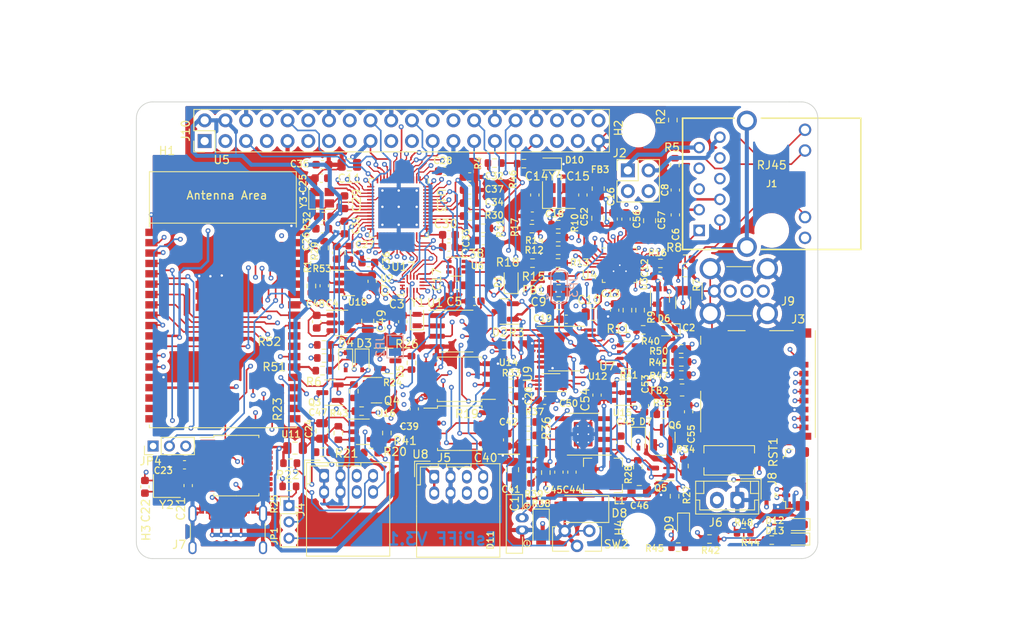
<source format=kicad_pcb>
(kicad_pcb (version 20211014) (generator pcbnew)

  (general
    (thickness 2.655)
  )

  (paper "A4")
  (layers
    (0 "F.Cu" signal)
    (1 "In1.Cu" signal)
    (2 "In2.Cu" signal)
    (3 "In3.Cu" signal)
    (4 "In4.Cu" signal)
    (31 "B.Cu" signal)
    (32 "B.Adhes" user "B.Adhesive")
    (33 "F.Adhes" user "F.Adhesive")
    (34 "B.Paste" user)
    (35 "F.Paste" user)
    (36 "B.SilkS" user "B.Silkscreen")
    (37 "F.SilkS" user "F.Silkscreen")
    (38 "B.Mask" user)
    (39 "F.Mask" user)
    (40 "Dwgs.User" user "User.Drawings")
    (41 "Cmts.User" user "User.Comments")
    (42 "Eco1.User" user "User.Eco1")
    (43 "Eco2.User" user "User.Eco2")
    (44 "Edge.Cuts" user)
    (45 "Margin" user)
    (46 "B.CrtYd" user "B.Courtyard")
    (47 "F.CrtYd" user "F.Courtyard")
    (48 "B.Fab" user)
    (49 "F.Fab" user)
    (50 "User.1" user)
    (51 "User.2" user)
    (52 "User.3" user)
    (53 "User.4" user)
    (54 "User.5" user)
    (55 "User.6" user)
    (56 "User.7" user)
    (57 "User.8" user)
    (58 "User.9" user)
  )

  (setup
    (stackup
      (layer "F.SilkS" (type "Top Silk Screen"))
      (layer "F.Paste" (type "Top Solder Paste"))
      (layer "F.Mask" (type "Top Solder Mask") (thickness 0.01))
      (layer "F.Cu" (type "copper") (thickness 0.035))
      (layer "dielectric 1" (type "core") (thickness 0.2) (material "FR4") (epsilon_r 4.5) (loss_tangent 0.02))
      (layer "In1.Cu" (type "copper") (thickness 0.035))
      (layer "dielectric 2" (type "prepreg") (thickness 1.065) (material "FR4") (epsilon_r 4.5) (loss_tangent 0.02))
      (layer "In2.Cu" (type "copper") (thickness 0.035))
      (layer "dielectric 3" (type "core") (thickness 0.2) (material "FR4") (epsilon_r 4.5) (loss_tangent 0.02))
      (layer "In3.Cu" (type "copper") (thickness 0.035))
      (layer "dielectric 4" (type "prepreg") (thickness 0.48) (material "FR4") (epsilon_r 4.5) (loss_tangent 0.02))
      (layer "In4.Cu" (type "copper") (thickness 0.035))
      (layer "dielectric 5" (type "core") (thickness 0.48) (material "FR4") (epsilon_r 4.5) (loss_tangent 0.02))
      (layer "B.Cu" (type "copper") (thickness 0.035))
      (layer "B.Mask" (type "Bottom Solder Mask") (thickness 0.01))
      (layer "B.Paste" (type "Bottom Solder Paste"))
      (layer "B.SilkS" (type "Bottom Silk Screen"))
      (copper_finish "Immersion gold")
      (dielectric_constraints no)
    )
    (pad_to_mask_clearance 0)
    (pcbplotparams
      (layerselection 0x00010fc_ffffffff)
      (disableapertmacros false)
      (usegerberextensions true)
      (usegerberattributes false)
      (usegerberadvancedattributes false)
      (creategerberjobfile false)
      (svguseinch false)
      (svgprecision 6)
      (excludeedgelayer true)
      (plotframeref false)
      (viasonmask false)
      (mode 1)
      (useauxorigin false)
      (hpglpennumber 1)
      (hpglpenspeed 20)
      (hpglpendiameter 15.000000)
      (dxfpolygonmode true)
      (dxfimperialunits true)
      (dxfusepcbnewfont true)
      (psnegative false)
      (psa4output false)
      (plotreference true)
      (plotvalue false)
      (plotinvisibletext false)
      (sketchpadsonfab false)
      (subtractmaskfromsilk true)
      (outputformat 1)
      (mirror false)
      (drillshape 0)
      (scaleselection 1)
      (outputdirectory "production/")
    )
  )

  (net 0 "")
  (net 1 "GND")
  (net 2 "+5V")
  (net 3 "/raspi_header/Pi_GPIO2_SDA")
  (net 4 "/raspi_header/Pi_GPIO3_SCL")
  (net 5 "/raspi_header/Pi_GPIO4_CLK0")
  (net 6 "/raspi_header/Pi_GPIO14_TXD")
  (net 7 "/raspi_header/Pi_GPIO15_RXD")
  (net 8 "/raspi_header/Pi_GPIO17")
  (net 9 "/raspi_header/Pi_GPIO18_PWM0")
  (net 10 "/raspi_header/Pi_GPIO27")
  (net 11 "/raspi_header/Pi_GPIO22")
  (net 12 "/raspi_header/Pi_GPIO23")
  (net 13 "/raspi_header/Pi_GPIO24")
  (net 14 "/raspi_header/Pi_GPIO10_MOSI0")
  (net 15 "/raspi_header/Pi_GPIO9_MISO0")
  (net 16 "/raspi_header/Pi_GPIO25")
  (net 17 "/raspi_header/Pi_GPIO11_SCK0")
  (net 18 "/raspi_header/Pi_GPIO8_~{CS0}")
  (net 19 "/raspi_header/Pi_GPIO7_~{CS1}")
  (net 20 "/ESP_SDA")
  (net 21 "/ESP_SCL")
  (net 22 "/raspi_header/Pi_GPIO5_CLK1")
  (net 23 "/raspi_header/Pi_GPIO6_CLK2")
  (net 24 "/raspi_header/Pi_GPIO12_PWM0")
  (net 25 "/raspi_header/Pi_GPIO13_PWM1")
  (net 26 "/raspi_header/Pi_GPIO19_MISO1")
  (net 27 "/raspi_header/Pi_GPIO16")
  (net 28 "/raspi_header/Pi_GPIO26")
  (net 29 "Net-(C1-Pad1)")
  (net 30 "Net-(C2-Pad1)")
  (net 31 "Net-(C3-Pad2)")
  (net 32 "/ESP32_EN")
  (net 33 "Net-(C6-Pad1)")
  (net 34 "Net-(C8-Pad1)")
  (net 35 "Net-(C21-Pad2)")
  (net 36 "Net-(C22-Pad2)")
  (net 37 "Net-(C23-Pad1)")
  (net 38 "/5V_microUSB")
  (net 39 "Net-(C25-Pad2)")
  (net 40 "Net-(C26-Pad2)")
  (net 41 "Net-(C27-Pad2)")
  (net 42 "+1V1")
  (net 43 "/24Vin")
  (net 44 "Net-(C42-Pad1)")
  (net 45 "Net-(C43-Pad1)")
  (net 46 "Net-(C43-Pad2)")
  (net 47 "/U0TXD")
  (net 48 "Net-(D3-Pad2)")
  (net 49 "Net-(D4-Pad1)")
  (net 50 "/U0RXD")
  (net 51 "/GPIO0")
  (net 52 "/GPIO2")
  (net 53 "Net-(D5-Pad3)")
  (net 54 "Net-(D7-Pad1)")
  (net 55 "Net-(D9-Pad2)")
  (net 56 "Net-(D10-Pad2)")
  (net 57 "/TR01")
  (net 58 "/TR00")
  (net 59 "/TR03")
  (net 60 "/TR02")
  (net 61 "/SPI_SCK")
  (net 62 "/SPI_MISO")
  (net 63 "/SPI_MOSI")
  (net 64 "/HF_MISO")
  (net 65 "/TFT_MISO")
  (net 66 "/HF_MOSI")
  (net 67 "/TFT_MOSI")
  (net 68 "Net-(D11-Pad2)")
  (net 69 "/UHF_MISO")
  (net 70 "/pico_SWCLK")
  (net 71 "/UHF_MOSI")
  (net 72 "/pico_SWDIO")
  (net 73 "/usb_uart/USBc_D+")
  (net 74 "/usb_uart/USBc_D-")
  (net 75 "Net-(C53-Pad1)")
  (net 76 "Net-(J9-Pad2)")
  (net 77 "Net-(J9-Pad3)")
  (net 78 "Net-(JP1-Pad2)")
  (net 79 "/3V3")
  (net 80 "/ethernet/VDD33_PHY")
  (net 81 "/RTC_WTI")
  (net 82 "Net-(C14-Pad2)")
  (net 83 "Net-(Q3-Pad1)")
  (net 84 "Net-(Q3-Pad2)")
  (net 85 "Net-(Q4-Pad1)")
  (net 86 "Net-(Q4-Pad2)")
  (net 87 "Net-(Q4-Pad3)")
  (net 88 "/~{USB_Host_PWR}")
  (net 89 "Net-(Q5-Pad3)")
  (net 90 "/psu/EN_ESIB")
  (net 91 "/Eth_RXD0")
  (net 92 "/Eth_RXD1")
  (net 93 "/Eth_MDIO")
  (net 94 "/Eth_CRS_DV")
  (net 95 "Net-(R27-Pad1)")
  (net 96 "Net-(R30-Pad2)")
  (net 97 "Net-(R31-Pad2)")
  (net 98 "Net-(R32-Pad2)")
  (net 99 "/raspi_header/QSPI_~{SS}")
  (net 100 "/raspi_header/~{USB_BOOT}")
  (net 101 "Net-(R36-Pad1)")
  (net 102 "Net-(R37-Pad1)")
  (net 103 "Net-(R38-Pad2)")
  (net 104 "Net-(R43-Pad1)")
  (net 105 "Net-(C15-Pad2)")
  (net 106 "Net-(U1-Pad2)")
  (net 107 "/RTC_~{INT}")
  (net 108 "/RTC_CLKOUT")
  (net 109 "/Eth_MDC")
  (net 110 "/Eth_TX_EN")
  (net 111 "/Eth_TXD0")
  (net 112 "/Eth_TXD1")
  (net 113 "/~{SPI_CS1}")
  (net 114 "/~{SPI_CS0}")
  (net 115 "unconnected-(U5-Pad17)")
  (net 116 "unconnected-(U5-Pad18)")
  (net 117 "unconnected-(U5-Pad19)")
  (net 118 "unconnected-(U5-Pad20)")
  (net 119 "unconnected-(U5-Pad21)")
  (net 120 "unconnected-(U5-Pad22)")
  (net 121 "unconnected-(U5-Pad27)")
  (net 122 "unconnected-(U5-Pad28)")
  (net 123 "unconnected-(U5-Pad32)")
  (net 124 "unconnected-(U6-Pad3)")
  (net 125 "/~{SPI_PICO}")
  (net 126 "/~{SPI_SDcard}")
  (net 127 "/raspi_header/SPI2ESP_~{CS}")
  (net 128 "Net-(C16-Pad1)")
  (net 129 "unconnected-(U11-Pad1)")
  (net 130 "unconnected-(U11-Pad2)")
  (net 131 "unconnected-(U11-Pad11)")
  (net 132 "unconnected-(U11-Pad12)")
  (net 133 "unconnected-(U11-Pad13)")
  (net 134 "unconnected-(U11-Pad14)")
  (net 135 "unconnected-(U11-Pad17)")
  (net 136 "unconnected-(U11-Pad18)")
  (net 137 "unconnected-(U11-Pad20)")
  (net 138 "Net-(U13-Pad51)")
  (net 139 "/raspi_header/QSPI_SCK")
  (net 140 "Net-(U13-Pad53)")
  (net 141 "Net-(U13-Pad54)")
  (net 142 "Net-(U13-Pad55)")
  (net 143 "unconnected-(U18-Pad4)")
  (net 144 "Net-(J7-PadA5)")
  (net 145 "unconnected-(J7-PadA8)")
  (net 146 "Net-(J7-PadB5)")
  (net 147 "unconnected-(J7-PadB8)")
  (net 148 "unconnected-(J3-Pad9)")
  (net 149 "unconnected-(J3-Pad10)")
  (net 150 "Net-(J3-Pad1)")
  (net 151 "Net-(J3-Pad2)")
  (net 152 "Net-(J3-Pad8)")
  (net 153 "Net-(C55-Pad1)")
  (net 154 "Net-(C18-Pad1)")
  (net 155 "Net-(C56-Pad1)")
  (net 156 "Net-(D6-Pad2)")
  (net 157 "Net-(D12-Pad2)")
  (net 158 "/raspi_header/Pi_GPIO20_MOSI1")
  (net 159 "/raspi_header/Pi_GPIO21_SCK1")
  (net 160 "/~{sw_SPI2ESP32}")
  (net 161 "Net-(R44-Pad2)")
  (net 162 "Net-(U13-Pad38)")
  (net 163 "Net-(U13-Pad39)")
  (net 164 "Net-(U13-Pad40)")
  (net 165 "Net-(U13-Pad41)")
  (net 166 "/RTC_VCC")
  (net 167 "Net-(D13-Pad2)")
  (net 168 "/ethernet/RD+")
  (net 169 "/ethernet/RD-")
  (net 170 "/ethernet/TD+")
  (net 171 "/ethernet/TD-")
  (net 172 "Net-(J1-Pad12)")
  (net 173 "/ethernet/PHY_AD3")
  (net 174 "Net-(J1-Pad14)")
  (net 175 "Net-(JP2-Pad1)")
  (net 176 "/~{PHY_Reset}_I2C")
  (net 177 "/~{PHY_Reset}823")
  (net 178 "Net-(JP4-Pad2)")
  (net 179 "/ethernet/PHY_AD0")
  (net 180 "Net-(R11-Pad1)")
  (net 181 "Net-(R11-Pad2)")
  (net 182 "Net-(R12-Pad2)")
  (net 183 "Net-(R13-Pad1)")
  (net 184 "Net-(R14-Pad1)")
  (net 185 "Net-(R15-Pad2)")
  (net 186 "Net-(R16-Pad2)")
  (net 187 "/U8_PU_3_7")
  (net 188 "/ETH_RefClock")
  (net 189 "unconnected-(U3-Pad3)")
  (net 190 "unconnected-(U4-Pad6)")
  (net 191 "unconnected-(U4-Pad7)")
  (net 192 "unconnected-(U4-Pad15)")
  (net 193 "unconnected-(U4-Pad16)")
  (net 194 "unconnected-(U4-Pad24)")
  (net 195 "unconnected-(U7-Pad11)")
  (net 196 "Net-(R6-Pad2)")
  (net 197 "unconnected-(J8-Pad4)")
  (net 198 "unconnected-(J8-Pad5)")

  (footprint "Capacitor_SMD:C_0603_1608Metric" (layer "F.Cu") (at 72.85 33.7 180))

  (footprint "Capacitor_SMD:C_0805_2012Metric" (layer "F.Cu") (at 58.1 32.21 180))

  (footprint "Capacitor_SMD:C_0603_1608Metric" (layer "F.Cu") (at 54.775 40.05 180))

  (footprint "Package_TO_SOT_SMD:SOT-23" (layer "F.Cu") (at 61.425 59.85))

  (footprint "Capacitor_SMD:C_0603_1608Metric" (layer "F.Cu") (at 77.5 65.95 -90))

  (footprint "Capacitor_SMD:C_0603_1608Metric" (layer "F.Cu") (at 64.65 51.45 90))

  (footprint "Package_TO_SOT_SMD:SOT-23" (layer "F.Cu") (at 62.8125 56.25))

  (footprint "Capacitor_SMD:C_0603_1608Metric" (layer "F.Cu") (at 90.424 38.862 90))

  (footprint "Resistor_SMD:R_0603_1608Metric" (layer "F.Cu") (at 83.693 41.1226 180))

  (footprint "Resistor_SMD:R_0603_1608Metric" (layer "F.Cu") (at 97.95 72.85 -90))

  (footprint "Package_TO_SOT_SMD:SOT-23-5" (layer "F.Cu") (at 59.75 64.95))

  (footprint "Package_DFN_QFN:QFN-32-1EP_4x4mm_P0.4mm_EP2.65x2.65mm" (layer "F.Cu") (at 91.2114 44.5262))

  (footprint "Capacitor_SMD:C_0603_1608Metric" (layer "F.Cu") (at 82.042 61.087))

  (footprint "Resistor_SMD:R_0603_1608Metric" (layer "F.Cu") (at 72.85 38.5 180))

  (footprint "Resistor_SMD:R_0603_1608Metric" (layer "F.Cu") (at 59.6 62.42 180))

  (footprint "Diode_SMD:D_SOD-323" (layer "F.Cu") (at 59.6625 56.3 -90))

  (footprint "mdc_footprints:SOIC8_W+N_combi" (layer "F.Cu") (at 71.628 64.5668))

  (footprint "Capacitor_SMD:C_0603_1608Metric" (layer "F.Cu") (at 85.375 69.9 90))

  (footprint "Capacitor_SMD:C_0603_1608Metric" (layer "F.Cu") (at 88.45 60.45 90))

  (footprint "Package_TO_SOT_SMD:SOT-363_SC-70-6" (layer "F.Cu") (at 71.247 44.704))

  (footprint "Resistor_SMD:R_0603_1608Metric" (layer "F.Cu") (at 99.2632 43.7896 180))

  (footprint "Resistor_SMD:R_0603_1608Metric" (layer "F.Cu") (at 75.9 32 180))

  (footprint "Resistor_SMD:R_0603_1608Metric" (layer "F.Cu") (at 96.2152 44.2976 180))

  (footprint "Resistor_SMD:R_0603_1608Metric" (layer "F.Cu") (at 97.7392 26.7208 -90))

  (footprint "Capacitor_SMD:C_0603_1608Metric" (layer "F.Cu") (at 72.85 35.3 180))

  (footprint "Capacitor_SMD:C_0805_2012Metric" (layer "F.Cu") (at 78.1 69.6 90))

  (footprint "Capacitor_SMD:C_0603_1608Metric" (layer "F.Cu") (at 69.8 33 180))

  (footprint "mdc_footprints:DF11-8DP-2DS(52)" (layer "F.Cu") (at 68.54 70.5315))

  (footprint "Resistor_SMD:R_0603_1608Metric" (layer "F.Cu") (at 50.85 68.8))

  (footprint "Package_TO_SOT_SMD:SOT-23-5" (layer "F.Cu") (at 57.95 46.7))

  (footprint "Connector_PinHeader_2.54mm:PinHeader_2x02_P2.54mm_Vertical" (layer "F.Cu") (at 92.225 32.9))

  (footprint "Capacitor_SMD:C_0603_1608Metric" (layer "F.Cu") (at 99.675 62.5 -90))

  (footprint "Resistor_SMD:R_0603_1608Metric" (layer "F.Cu") (at 54.85 67.45))

  (footprint "Capacitor_SMD:C_0603_1608Metric" (layer "F.Cu") (at 66.05 62.15 -90))

  (footprint "Package_TO_SOT_SMD:SOT-23" (layer "F.Cu") (at 77.2 50.2 180))

  (footprint "Capacitor_SMD:C_0603_1608Metric" (layer "F.Cu") (at 77.9 60.6))

  (footprint "Capacitor_SMD:C_0603_1608Metric" (layer "F.Cu") (at 73.45 48.95 180))

  (footprint "Resistor_SMD:R_0603_1608Metric" (layer "F.Cu") (at 83.693 39.5478))

  (footprint "Resistor_SMD:R_0603_1608Metric" (layer "F.Cu") (at 55 55.9 180))

  (footprint "Resistor_SMD:R_0603_1608Metric" (layer "F.Cu") (at 54.8132 57.4548 180))

  (footprint "LED_SMD:LED_0603_1608Metric" (layer "F.Cu") (at 99.05 76.4 -90))

  (footprint "Capacitor_SMD:C_0805_2012Metric" (layer "F.Cu") (at 54.75 64.85 -90))

  (footprint "Package_TO_SOT_SMD:SOT-23-5" (layer "F.Cu") (at 91.45 60.15 180))

  (footprint "Resistor_SMD:R_0603_1608Metric" (layer "F.Cu") (at 60.75 67.5 180))

  (footprint "Resistor_SMD:R_0603_1608Metric" (layer "F.Cu") (at 109.855 78.232 180))

  (footprint "Capacitor_SMD:C_0603_1608Metric" (layer "F.Cu") (at 91.35 66.25 -90))

  (footprint "Resistor_SMD:R_0603_1608Metric" (layer "F.Cu") (at 98.775 56.375))

  (footprint "Package_TO_SOT_SMD:SOT-363_SC-70-6" (layer "F.Cu") (at 96.1644 48.3616 90))

  (footprint "Inductor_SMD:L_Bourns-SRN4018" (layer "F.Cu") (at 89.175 70.3 180))

  (footprint "Resistor_SMD:R_0805_2012Metric" (layer "F.Cu") (at 83.7438 47.6504))

  (footprint "mdc_footprints:USB_C_XKB_U262-16XN-4BVC11" locked (layer "F.Cu")
    (tedit 0) (tstamp 41e2d28a-5ad3-42f3-b017-1eb13b2b5826)
    (at 42.98 78.065)
    (property "JCLPCB" "C319148")
    (property "MfgNo" "XKB_U262-16XN-4BVC11")
    (property "Sheetfile" "usb_uart.kicad_sch")
    (property "Sheetname" "usb_uart")
    (property "price@1" "0.35")
    (property "price@reel" "0.21")
    (path "/a0d24253-aaf9-4826-b893-94d5afb2183a/4d10aed2-258f-42b6-a0b9-ef7eef1eb687")
    (attr smd)
    (fp_text reference "J7" (at -5.73 0.735 unlocked) (layer "F.SilkS")
      (effects (font (size 1 1) (thickness 0.15)))
      (tstamp 53637f3c-9e0f-44ae-9fd6-97294085608e)
    )
    (fp_text value "USB_C_Receptacle_USB2.0" (at 0.4 5.2 unlocked) (layer "F.Fab")
      (effects (font (size 1 1) (thickness 0.15)))
      (tstamp 7daea474-10d5-4813-a587-2f53a2795195)
    )
    (fp_text user "${REFERENCE}" (at -2.5 -5.7 unlocked) (layer "F.Fab")
      (effects (font (size 1 1) (thickness 0.15)))
      (tstamp b9f69814-4f1f-4060-bbd0-cb6d1b62eb15)
    )
    (fp_text user "${REFERENCE}" (at 0.22 0.02) (layer "F.Fab")
      (effects (font (size 1 1) (thickness 0.15)))
      (tstamp e9fa90e4-6c4b-47d7-aa0e-2d547703c7bc)
    )
    (fp_line (start -4.36 -1.83) (end -4.36 0.09) (layer "F.SilkS") (width 0.12) (tstamp 944e2b91-cf6d-42f1-96c8-713eee42177d))
    (fp_line (start 4.8 0.09) (end 4.8 -1.83) (layer "F.SilkS") (width 0.12) (tstamp eae26979-282b-4fc3-bc2f-c45f74a9eba3))
    (fp_line (start 5.54 4.2) (end -5.1 4.2) (layer "F.CrtYd") (width 0.05) (tstamp 42813a42-2142-42cc-8b8c-93bd5dcca02d))
    (fp_line (start -5.1 4.2) (end -5.1 -4.73) (layer "F.CrtYd") (width 0.05) (tstamp 577368ac-57a1-46bf-90ed-e40b479c5f38))
    (fp_line (start 5.54 -4.73) (end 5.54 4.2) (layer "F.CrtYd") (width 0.05) (tstamp a5e2c065-ca71-4fac-9cc5-5f7083dc262e))
    (fp_line (start -5.1 -4.73) (end 5.54 -4.73) (layer "F.CrtYd") (width 0.05) (tstamp b1dc3ee6-8a75-41ca-b34d-7b0311b5520c))
    (fp_line (start 4.69 3.695) (end 4.69 -3.655) (layer "F.Fab") (width 0.1) (tstamp 3ecd4e85-ce53-401e-9619-01c28756e4aa))
    (fp_line (start -4.25 -3.655) (end -4.25 3.695) (layer "F.Fab") (width 0.1) (tstamp 7b5b1388-db2c-417c-8c42-234f177e2f2e))
    (fp_line (start -4.25 -3.655) (end 4.69 -3.655) (layer "F.Fab") (width 0.1) (tstamp 970f7917-5987-4a36-90f7-7484c31984c4))
    (fp_line (start -4.25 3.695) (end 4.69 3.695) (layer "F.Fab") (width 0.1) (tstamp e729d0cd-1d53-422d-b0ed-fb6d281a5772))
    (pad "" np_thru_hole circle locked (at -2.67 -2.585) (size 0.65 0.65) (drill 0.65) (layers *.Cu *.Mask) (tstamp 3d80685b-237f-4630-a22b-92dc7c2625e5))
    (pad "" np_thru_hole circle locked (at 3.11 -2.585) (size 0.65 0.65) (drill 0.65) (layers *.Cu *.Mask) (tstamp f20225b4-553b-46a0-89e4-3054fb852a46))
    (pad "A1" smd rect locked (at -3.13 -3.65) (size 0.3 1.15) (layers "F.Cu" "F.Paste" "F.Mask")
      (net 1 "GND") (pinfunction "GND") (pintype "passive") (tstamp 22883ff0-058e-4847-b77e-2ab278041b23))
    (pad "A4" smd rect locked (at -2.33 -3.65) (size 0.3 1.15) (layers "F.Cu" "F.Paste" "F.Mask")
      (net 38 "/5V_microUSB") (pinfunction "VBUS") (pintype "passive") (tstamp 816a4835-55c6-4722-819f-5de6edd7cdec))
    (pad "A5" smd rect locked (at -1.03 -3.65) (size 0.3 1.15) (layers "F.Cu" "F.Paste" "F.Mask")
      (net 144 "Net-(J7-PadA5)") (pinfunction "CC1") (pintype "bidirectional") (tstamp fa38cda7-2c47-4ac1-a8d0-11903ec8d9bc))
    (pad "A6" smd rect locked (at -0.03 -3.65) (size 0.3 1.15) (layers "F.Cu" "F.Paste" "F.Mask")
      (net 73 "/usb_uart/USBc_D+") (pinfunction "D+") (pintype "bidirectional") (tstamp d763fb36-c805-4da1-9076-7351a2c1be7f))
    (pad "A7" smd rect locked (at 0.47 -3.65) (size 0.3 1.15) (layers "F.Cu" "F.Paste" "F.Mask")
      (net 74 "/usb_uart/USBc_D-") (pinfunction "D-") (pintype "bidirectional") (tstamp 93c48afb-cfc0-47fd-b54a-5327ca337824))
    (pad "A8" smd rect locked (at 1.47 -3.65) (size 0.3 1.15) (layers "F.Cu" "F.Paste" "F.Mask")
      (net 145 "unconnected-(J7-PadA8)") (pinfunction "SBU1") (pintype "bidirectional+no_connect") (tstamp c342bb14-6a77-4e63-a7c5-efe694584a9f))
    (pad "A9" smd rect locked (at 2.77 -3.65) (size 0.3 1.15) (layers "F.Cu" "F.Paste" "F.Mask")
      (net 38 "/5V_microUSB") (pinfunction "VBUS") (pintype "passive") (tstamp 87b0dd4c-8732-4374-b655-6100873c735e))
    (pad "A12" smd rect locked (at 3.57 -3.65) (size 0.3 1.15) (layers "F.Cu" "F.Paste" "F.Mask")
      (net 1 "GND") (pinfunction "GND") (pintype "passive") (tstamp 7d3fe518-8f94-462b-93d9-02fadeb68ce8))
    (pad "B1" smd rect locked (at 3.27 -3.65) (size 0.3 1.15) (layers "F.Cu" "F.Paste" "F.Mask")
      (net 1 "GND") (pinfunction "GND") (pintype "passive") (tstamp 33589c72-532b-4093-bb18-a746a6a6b85e))
    (pad "B4" smd rect locked (at 2.47 -3.65) (size 0.3 1.15) (layers "F.Cu" "F.Paste" "F.Mask")
      (net 38 "/5V_microUSB") (pinfunction "VBUS") (pintype "passive") (tstamp ecf3e85a-8b09-4019-9a86-ff0d406fb990))
    (pad "B5" smd rect locked (at 1.97 -3.65) (size 0.3 1.15) (layers "F.Cu" "F.Paste" "F.Mask")
      (net 146 "Net-(J7-PadB5)") (pinfunction "CC2") (pintype "bidirectional") (tstamp 0f769b28-451a-4aa7-83d7-5ec66e91bd88))
    (pad "B6" smd rect locked (at 0.97 -3.65) (size 0.3 1.15) (layers "F.Cu" "F.Paste" "F.Mask")
      (net 73 "/usb_uart/USBc_D+") (pinfunction "D+") (pintype "bidirectional") (tstamp a6762c55-52c1-4f3d-9dcf-c2f44e13f30d))
    (pad "B7" smd rect locked (at -0.53 -3.65) (size 0.3 1.15) (layers "F.Cu" "F.Paste" "F.Mask")
      (net 74 "/usb_uart/USBc_D-") (pinfunction "D-") (pintype "bidirectional") (tstamp 252de640-a490-4f8a-8beb-a335232ec79d))
    (pad "B8" smd rect locked (at -1.53 -3.65) (size 0.3 1.15) (layers "F.Cu" "F.Paste" "F.Mask")
      (net 147 "unconnected-(J7-PadB8)") (pinfunction "SBU2") (pintype "bidirectional+no_connect") (tstamp bce38227-03a6-4878-874d-fe438373af5f))
    (pad "B9" smd rect locked (at -2.03 -3.65) (size 0.3 1.15) (layers "F.Cu" "F.Paste" "F.Mask")
      (net 38 "/5V_microUSB") (pinfunction "VBUS") (pintype "passive") (tstamp eee12c9d-7ba9-4983-a7d4-c2b9dcb57581))
    (pad "B12" smd rect locked (at -2.83 -3.65) (size 0.3 1.15) (layers "F.Cu" "F.Paste" "F.Mask")
      (net 1 "GND") (pinfunction "GND") (pintype "passive") (tstamp dd39f54c-db34-40c3-af8a-44d1bfa4c02e))
    (pad "S1" thru_hole oval locked (at -4.1 -3.085) (size 1 2.1) (drill oval 0.6 1.7) (layers *.Cu *.Mask)
      (net 1 "GND") (pinfunction "SHIELD") (pintype "passive") (tstamp 62740131-5356-4ae0-bd79-1e7a287a434f))
    (pad "S1" thru_hole oval locked (at -4.1 1.095) (size 1 1.6) (drill oval 0.6 1.2) (layers *.Cu *.Mask)
      (net 1 "GND") (pinfunction "SHIELD") (pintype "passive") (tstamp 6fcc00af-104c-4653-9327-24dd0ca018a9))
    (pad "S1" thru_hole oval locked (at 4.54 1.095) (size 1 1.6) (drill oval 0.6 1.2) (layers *.Cu *.Mask)
      (net 1 "GND") (pinfunction "SHIELD") (pintype "passive") (tstamp 7ba0f011-a956-4572-ad81-08e70173b359))
    (pad "S1" thru_hole oval locked (at 4.54 -3.085) (size 1 2.1) (drill oval 0.6 1.7) (layers *.Cu *.Mask)
      (net 1 "GND") (pinfunction "SHIELD") (pintype "passive") (tstamp c81dcd5e-4173-4c49-9154-353058d8ed6a))
    (model "/home/micha/kicad_libs/models_3D/usb-type-c-smd-horizontal/USB Type C Port (SMD Type).STEP"
      (offset (xyz 0.2 3.6 1
... [4879678 chars truncated]
</source>
